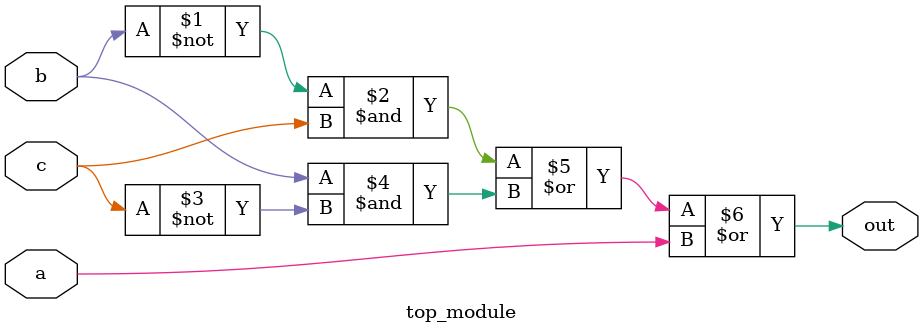
<source format=sv>
module top_module(
	input a, 
	input b,
	input c,
	output out
);
	
    assign out = (~b & c) | (b & ~c) | a;

endmodule

</source>
